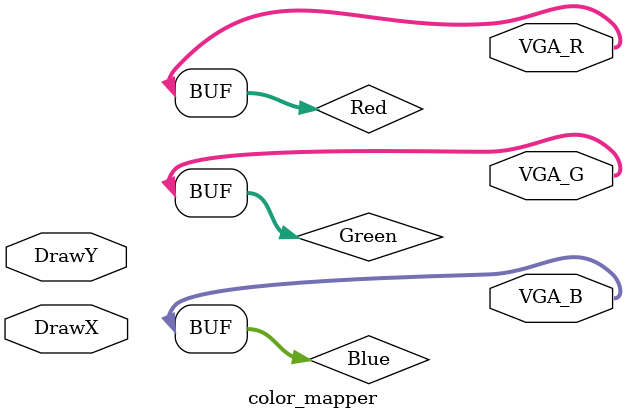
<source format=sv>

module  color_mapper (                              
                       input        [9:0] DrawX, DrawY,       // Current pixel coordinates
                       output logic [7:0] VGA_R, VGA_G, VGA_B // VGA RGB output
                     );
    
    logic [7:0] Red, Green, Blue;
    
    // Output colors to VGA
    assign VGA_R = Red;
    assign VGA_G = Green;
    assign VGA_B = Blue;
    
    always_comb
    begin
    
    end 
    
endmodule

</source>
